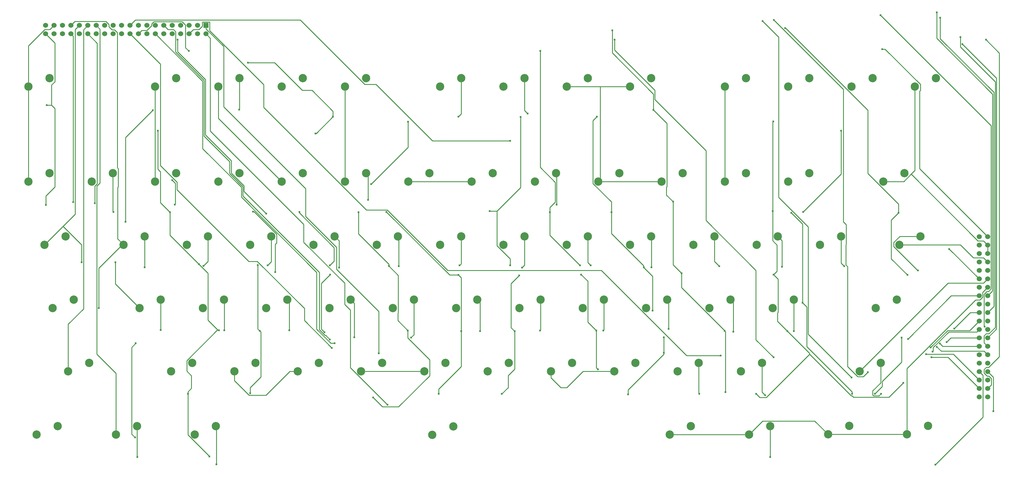
<source format=gbl>
G04 Layer: BottomLayer*
G04 EasyEDA v6.3.22, 2020-04-05T15:57:41+08:00*
G04 26a83e50978f4d2e98ee8e0c0de4659f,084ec32517fd449a9a4c349b315ac0e1,10*
G04 Gerber Generator version 0.2*
G04 Scale: 100 percent, Rotated: No, Reflected: No *
G04 Dimensions in inches *
G04 leading zeros omitted , absolute positions ,2 integer and 4 decimal *
%FSLAX24Y24*%
%MOIN*%
G90*
G70D02*

%ADD10C,0.010000*%
%ADD12C,0.024000*%
%ADD13C,0.098400*%
%ADD14C,0.060000*%
%ADD15R,0.060000X0.060000*%

%LPD*%
G54D10*
G01X23309Y53151D02*
G01X23818Y52640D01*
G01X23818Y41642D01*
G01X34898Y30561D01*
G01X34898Y28432D01*
G01X39740Y23590D01*
G01X39740Y21077D01*
G01X40406Y20411D01*
G01X40406Y13557D01*
G01X44809Y9155D01*
G01X43772Y15251D02*
G01X43772Y20240D01*
G01X38784Y25228D01*
G01X38784Y27830D01*
G01X35101Y31513D01*
G01X35101Y34801D01*
G01X25400Y44501D01*
G01X25400Y51648D01*
G01X23309Y53740D01*
G01X23309Y54151D02*
G01X23309Y53740D01*
G01X90533Y14794D02*
G01X88460Y16865D01*
G01X88460Y25109D01*
G01X82548Y31019D01*
G01X82548Y39298D01*
G01X76483Y45365D01*
G01X76483Y46454D01*
G01X71715Y51221D01*
G01X71715Y52451D01*
G01X114909Y11101D02*
G01X111215Y14794D01*
G01X109239Y14794D01*
G01X115711Y52451D02*
G01X117286Y50876D01*
G01X117286Y14865D01*
G01X116022Y13601D01*
G01X115751Y13601D01*
G01X115497Y13348D01*
G01X115497Y12917D01*
G01X115858Y12557D01*
G01X116035Y12557D01*
G01X116343Y12248D01*
G01X116343Y11534D01*
G01X115909Y11101D01*
G01X114909Y12101D02*
G01X111842Y15167D01*
G01X108606Y15167D01*
G01X21309Y53151D02*
G01X21809Y53651D01*
G01X22469Y53651D01*
G01X22897Y54079D01*
G01X22897Y54532D01*
G01X22927Y54561D01*
G01X23709Y54561D01*
G01X23738Y54532D01*
G01X23738Y53538D01*
G01X30148Y47128D01*
G01X30148Y44432D01*
G01X42306Y32275D01*
G01X44789Y32275D01*
G01X44923Y32140D01*
G01X44923Y32123D01*
G01X51952Y25096D01*
G01X70135Y25096D01*
G01X80233Y15000D01*
G01X84285Y15000D01*
G01X89252Y54648D02*
G01X91134Y52767D01*
G01X91134Y52767D01*
G01X91134Y33767D01*
G01X94640Y30261D01*
G01X94640Y17530D01*
G01X99773Y12396D01*
G01X101718Y13032D02*
G01X101196Y12509D01*
G01X100505Y12509D01*
G01X99314Y13700D01*
G01X99314Y25544D01*
G01X99101Y25757D01*
G01X99101Y28161D01*
G01X99154Y28213D01*
G01X99154Y30538D01*
G01X98813Y30878D01*
G01X98813Y46569D01*
G01X90577Y54805D01*
G01X115909Y15101D02*
G01X115485Y15523D01*
G01X110415Y15523D01*
G01X109896Y16044D01*
G01X37992Y16909D02*
G01X37504Y17398D01*
G01X37402Y17398D01*
G01X36740Y18057D01*
G01X36740Y24871D01*
G01X27672Y33940D01*
G01X27672Y35017D01*
G01X26105Y36584D01*
G01X26105Y38013D01*
G01X23093Y41023D01*
G01X23093Y47628D01*
G01X19719Y51002D01*
G01X19719Y53398D01*
G01X19467Y53651D01*
G01X18809Y53651D01*
G01X18309Y54151D01*
G01X114909Y16101D02*
G01X110572Y16101D01*
G01X110254Y16419D01*
G01X38534Y16450D02*
G01X38122Y16450D01*
G01X36430Y18140D01*
G01X36430Y24865D01*
G01X27510Y33784D01*
G01X27510Y34951D01*
G01X22932Y39529D01*
G01X22932Y47527D01*
G01X17309Y53151D01*
G01X115909Y16101D02*
G01X115497Y16511D01*
G01X115497Y17348D01*
G01X115751Y17601D01*
G01X116061Y17601D01*
G01X116802Y18342D01*
G01X116802Y47480D01*
G01X112684Y51598D01*
G01X112684Y52776D01*
G01X115909Y17101D02*
G01X116964Y18155D01*
G01X116964Y47896D01*
G01X112927Y51934D01*
G01X115563Y18446D02*
G01X115481Y18528D01*
G01X115481Y22261D01*
G01X115819Y22601D01*
G01X116002Y22601D01*
G01X116319Y22917D01*
G01X116319Y42259D01*
G01X103205Y55375D01*
G01X114909Y19101D02*
G01X113777Y17969D01*
G01X111175Y17969D01*
G01X109156Y15951D01*
G01X14309Y53151D02*
G01X17902Y49557D01*
G01X17902Y37530D01*
G01X19877Y35555D01*
G01X19877Y34677D01*
G01X28382Y26171D01*
G01X29381Y26171D01*
G01X34967Y20586D01*
G01X34967Y19169D01*
G01X38221Y15913D01*
G01X59359Y40451D02*
G01X50164Y40451D01*
G01X43447Y47169D01*
G01X42110Y47169D01*
G01X34486Y54794D01*
G01X14952Y54794D01*
G01X14309Y54151D01*
G01X115909Y20101D02*
G01X116642Y20834D01*
G01X116642Y46221D01*
G01X110289Y52575D01*
G01X110289Y55053D01*
G01X115909Y22101D02*
G01X116481Y22673D01*
G01X116481Y46011D01*
G01X109867Y52625D01*
G01X109867Y55705D01*
G01X114909Y24101D02*
G01X111364Y27646D01*
G01X9309Y53151D02*
G01X10431Y52028D01*
G01X10431Y35371D01*
G01X10159Y35098D01*
G01X10159Y33048D01*
G01X7585Y33205D02*
G01X7585Y52875D01*
G01X7309Y53151D01*
G01X115909Y29101D02*
G01X107844Y37165D01*
G01X107844Y46363D01*
G01X107933Y46453D01*
G01X107933Y47159D01*
G01X103761Y51330D01*
G01X103409Y51330D01*
G01X61047Y47888D02*
G01X61047Y44059D01*
G01X61405Y43701D01*
G01X53547Y47888D02*
G01X53547Y43648D01*
G01X53214Y43315D01*
G01X27297Y47888D02*
G01X27297Y44223D01*
G01X27234Y44161D01*
G01X115909Y26101D02*
G01X115409Y26601D01*
G01X114225Y26601D01*
G01X112688Y28138D01*
G01X105447Y28138D01*
G01X7309Y54151D02*
G01X7794Y54636D01*
G01X11446Y54636D01*
G01X11809Y54273D01*
G01X11809Y54007D01*
G01X12189Y53626D01*
G01X12480Y53626D01*
G01X12809Y53296D01*
G01X12809Y37286D01*
G01X12927Y37167D01*
G01X12927Y35003D01*
G01X12848Y34925D01*
G01X12848Y28836D01*
G01X13469Y28215D01*
G01X13469Y28215D02*
G01X13547Y28138D01*
G01X13469Y28215D02*
G01X10623Y25367D01*
G01X10623Y20638D01*
G01X12647Y5638D02*
G01X12647Y12905D01*
G01X10393Y15159D01*
G01X10393Y35104D01*
G01X10757Y35469D01*
G01X10757Y53702D01*
G01X10309Y54151D01*
G01X106359Y5651D02*
G01X97009Y5651D01*
G01X78247Y5638D02*
G01X87647Y5638D01*
G01X106359Y5651D02*
G01X106359Y13480D01*
G01X114479Y21601D01*
G01X114996Y21601D01*
G01X115319Y21925D01*
G01X115319Y22511D01*
G01X115909Y23101D01*
G01X97009Y5651D02*
G01X95415Y7244D01*
G01X89252Y7244D01*
G01X87647Y5638D01*
G01X12597Y26051D02*
G01X12597Y23486D01*
G01X15447Y20638D01*
G01X6377Y30317D02*
G01X8571Y28123D01*
G01X8571Y26051D01*
G01X8309Y54151D02*
G01X7815Y53657D01*
G01X7815Y31757D01*
G01X6377Y30317D01*
G01X6377Y30317D02*
G01X4196Y28138D01*
G01X115909Y28101D02*
G01X115909Y27101D01*
G01X84797Y46888D02*
G01X84797Y35638D01*
G01X73547Y46888D02*
G01X70008Y46888D01*
G01X70008Y46888D02*
G01X66047Y46888D01*
G01X77297Y35638D02*
G01X70218Y35638D01*
G01X70008Y35848D01*
G01X70008Y46888D02*
G01X70008Y35848D01*
G01X70008Y35848D02*
G01X69797Y35638D01*
G01X115909Y28101D02*
G01X115409Y28601D01*
G01X114761Y28601D01*
G01X106847Y36515D01*
G01X103547Y35638D02*
G01X105969Y35638D01*
G01X106847Y36515D01*
G01X106847Y36515D02*
G01X107297Y36965D01*
G01X107297Y46888D01*
G01X54797Y35638D02*
G01X47297Y35638D01*
G01X17297Y46888D02*
G01X17297Y35638D01*
G01X5309Y54151D02*
G01X4809Y53651D01*
G01X4211Y53651D01*
G01X2296Y51736D01*
G01X2296Y46888D01*
G01X39797Y46888D02*
G01X39797Y35638D01*
G01X24797Y46888D02*
G01X24797Y43138D01*
G01X32297Y35638D01*
G01X2296Y35638D02*
G01X2296Y46888D01*
G01X12297Y36638D02*
G01X12297Y32067D01*
G01X12334Y32030D01*
G01X19305Y35801D02*
G01X19690Y35415D01*
G01X19690Y32998D01*
G01X19602Y32907D01*
G01X16047Y29138D02*
G01X16047Y25477D01*
G01X16035Y25465D01*
G01X17947Y21638D02*
G01X17947Y18028D01*
G01X17934Y18015D01*
G01X23547Y29138D02*
G01X23547Y26159D01*
G01X23027Y25638D01*
G01X25447Y21638D02*
G01X25484Y21601D01*
G01X25484Y18011D01*
G01X42297Y36638D02*
G01X42521Y36413D01*
G01X42521Y33480D01*
G01X46047Y29138D02*
G01X46147Y29038D01*
G01X46147Y25605D01*
G01X47947Y21638D02*
G01X47947Y17463D01*
G01X47598Y17115D01*
G01X41373Y31992D02*
G01X41373Y29442D01*
G01X44981Y25832D01*
G01X44981Y25617D01*
G01X44981Y25617D02*
G01X46089Y24509D01*
G01X46089Y20071D01*
G01X46036Y20019D01*
G01X46036Y19161D01*
G01X47223Y17973D01*
G01X47223Y17973D02*
G01X47223Y17084D01*
G01X49802Y14507D01*
G01X49802Y12611D01*
G01X46109Y8917D01*
G01X44227Y8917D01*
G01X43126Y10017D01*
G01X114909Y22101D02*
G01X111597Y22101D01*
G01X106468Y16973D01*
G01X42872Y35319D02*
G01X47259Y39707D01*
G01X47259Y42742D01*
G01X31047Y29138D02*
G01X31047Y26123D01*
G01X30622Y25698D01*
G01X32947Y21638D02*
G01X33168Y21415D01*
G01X33168Y18013D01*
G01X29668Y17936D02*
G01X29803Y17802D01*
G01X29803Y12480D01*
G01X28534Y11209D01*
G01X28534Y10519D01*
G01X29668Y17936D02*
G01X29460Y18146D01*
G01X29460Y25738D01*
G01X31502Y24909D02*
G01X31502Y28186D01*
G01X31672Y28357D01*
G01X31672Y29394D01*
G01X29002Y32065D01*
G01X28897Y32065D01*
G01X40447Y21638D02*
G01X40888Y21196D01*
G01X40888Y17165D01*
G01X55447Y21638D02*
G01X55775Y21309D01*
G01X55775Y17886D01*
G01X53547Y29138D02*
G01X53547Y25871D01*
G01X53364Y25688D01*
G01X64797Y36638D02*
G01X64854Y36580D01*
G01X64854Y32907D01*
G01X61047Y29138D02*
G01X61047Y25725D01*
G01X60754Y25432D01*
G01X62947Y21638D02*
G01X62947Y18034D01*
G01X62884Y17971D01*
G01X38547Y29138D02*
G01X39069Y28615D01*
G01X39069Y25436D01*
G01X70447Y21638D02*
G01X70447Y18034D01*
G01X70384Y17971D01*
G01X68547Y29138D02*
G01X68547Y26038D01*
G01X68871Y25713D01*
G01X76047Y29138D02*
G01X76084Y29101D01*
G01X76084Y25471D01*
G01X83547Y29138D02*
G01X83547Y26163D01*
G01X84104Y25607D01*
G01X77947Y21638D02*
G01X78102Y21482D01*
G01X78102Y18169D01*
G01X67617Y25698D02*
G01X64034Y29280D01*
G01X64034Y31988D01*
G01X15309Y53151D02*
G01X15719Y53561D01*
G01X16327Y53561D01*
G01X16889Y54125D01*
G01X16889Y54342D01*
G01X17147Y54601D01*
G01X20493Y54601D01*
G01X20897Y54196D01*
G01X20897Y51488D01*
G01X21268Y51117D01*
G01X64034Y31988D02*
G01X64034Y32553D01*
G01X64693Y33211D01*
G01X64693Y35544D01*
G01X62911Y37325D01*
G01X62911Y51117D01*
G01X114909Y18101D02*
G01X114617Y17809D01*
G01X111310Y17809D01*
G01X109452Y15950D01*
G01X109452Y15559D01*
G01X109371Y15478D01*
G01X69746Y13376D02*
G01X69550Y13573D01*
G01X69550Y17971D01*
G01X69550Y17971D02*
G01X68550Y18971D01*
G01X68550Y23815D01*
G01X67752Y24613D01*
G01X71348Y31982D02*
G01X71348Y33215D01*
G01X69160Y35405D01*
G01X69160Y42863D01*
G01X69610Y43315D01*
G01X71348Y31982D02*
G01X71348Y29467D01*
G01X75165Y25648D01*
G01X75165Y25459D01*
G01X114909Y17101D02*
G01X111546Y17101D01*
G01X111039Y16594D01*
G01X77539Y17165D02*
G01X77539Y15323D01*
G01X77539Y15323D02*
G01X77539Y15157D01*
G01X73326Y10944D01*
G01X73326Y10411D01*
G01X76222Y20332D02*
G01X76222Y24403D01*
G01X75165Y25459D01*
G01X81697Y14138D02*
G01X81697Y10530D01*
G01X81747Y10478D01*
G01X89197Y14138D02*
G01X89197Y10667D01*
G01X89550Y10313D01*
G01X90147Y6638D02*
G01X90147Y2975D01*
G01X90134Y2961D01*
G01X92947Y21638D02*
G01X92947Y17927D01*
G01X92934Y17913D01*
G01X85447Y21638D02*
G01X85786Y21298D01*
G01X85786Y17836D01*
G01X71433Y53565D02*
G01X71433Y50902D01*
G01X76322Y46013D01*
G01X76322Y44126D01*
G01X76322Y44126D02*
G01X77915Y42532D01*
G01X77915Y35021D01*
G01X77860Y34967D01*
G01X77860Y34040D01*
G01X78648Y33251D01*
G01X78648Y33251D02*
G01X78648Y25771D01*
G01X79656Y24765D01*
G01X79656Y24765D02*
G01X79656Y23059D01*
G01X84754Y17961D01*
G01X84754Y17919D01*
G01X84754Y17919D02*
G01X84858Y17815D01*
G01X84858Y10673D01*
G01X107947Y29138D02*
G01X105502Y29138D01*
G01X104794Y28430D01*
G01X104794Y27919D01*
G01X107602Y25113D01*
G01X107659Y25113D01*
G01X98547Y29138D02*
G01X98547Y25963D01*
G01X98902Y25607D01*
G01X91047Y29138D02*
G01X91559Y28626D01*
G01X91559Y25515D01*
G01X115909Y13101D02*
G01X116593Y12415D01*
G01X116593Y8407D01*
G01X105713Y17134D02*
G01X105713Y14242D01*
G01X103414Y11944D01*
G01X103414Y11346D01*
G01X102540Y10471D01*
G01X106418Y24551D02*
G01X104496Y26473D01*
G01X104496Y31073D01*
G01X105339Y31917D01*
G01X91908Y53828D02*
G01X91986Y53828D01*
G01X101714Y44100D01*
G01X101714Y36600D01*
G01X105339Y32976D01*
G01X105339Y31917D01*
G01X109729Y2065D02*
G01X115347Y7682D01*
G01X115347Y12663D01*
G01X114909Y13101D01*
G01X94034Y32030D02*
G01X98543Y36540D01*
G01X98543Y41651D01*
G01X92660Y31915D02*
G01X93980Y30594D01*
G01X93980Y21269D01*
G01X99847Y10467D02*
G01X99847Y10696D01*
G01X94480Y16065D01*
G01X94480Y20769D01*
G01X93980Y21269D01*
G01X92184Y17909D02*
G01X91019Y19073D01*
G01X91019Y20080D01*
G01X91076Y20136D01*
G01X91076Y24077D01*
G01X90560Y24592D01*
G01X90508Y42757D02*
G01X90434Y42682D01*
G01X90434Y32115D01*
G01X90434Y32115D02*
G01X90434Y28632D01*
G01X90965Y28100D01*
G01X90965Y24996D01*
G01X90560Y24592D01*
G01X19964Y52465D02*
G01X19964Y51017D01*
G01X23255Y47728D01*
G01X23255Y41171D01*
G01X26322Y38104D01*
G01X26322Y36636D01*
G01X27832Y35126D01*
G01X27832Y34469D01*
G01X30456Y31846D01*
G01X105914Y11765D02*
G01X104221Y10071D01*
G01X100022Y10071D01*
G01X99856Y10236D01*
G01X99752Y10236D01*
G01X94814Y15175D01*
G01X92184Y17909D02*
G01X94814Y15278D01*
G01X94814Y15175D01*
G01X94814Y15175D01*
G01X94814Y15175D02*
G01X89683Y10042D01*
G01X88931Y10042D01*
G01X88497Y10478D01*
G01X28282Y49715D02*
G01X31442Y49715D01*
G01X34704Y46454D01*
G01X35873Y46454D01*
G01X38364Y43963D01*
G01X38364Y43315D01*
G01X38010Y24594D02*
G01X36985Y23569D01*
G01X36985Y18140D01*
G01X37347Y17778D01*
G01X36268Y41342D02*
G01X36390Y41342D01*
G01X38364Y43315D01*
G01X37989Y25690D02*
G01X38497Y26198D01*
G01X38497Y27811D01*
G01X34393Y31915D01*
G01X34393Y32032D01*
G01X50884Y10457D02*
G01X50884Y11034D01*
G01X53550Y13701D01*
G01X53550Y17886D01*
G01X53550Y17886D02*
G01X53550Y24225D01*
G01X53211Y24563D01*
G01X44693Y32044D02*
G01X52173Y24563D01*
G01X53211Y24563D01*
G01X114909Y20101D02*
G01X113840Y20101D01*
G01X111942Y18201D01*
G01X59889Y17886D02*
G01X59890Y17886D01*
G01X58364Y10457D02*
G01X59115Y11209D01*
G01X59115Y12634D01*
G01X59889Y13409D01*
G01X59889Y17886D01*
G01X59889Y17886D02*
G01X59465Y18311D01*
G01X59465Y23546D01*
G01X60409Y24488D01*
G01X56919Y32115D02*
G01X57775Y32115D01*
G01X60582Y43288D02*
G01X60582Y34923D01*
G01X57775Y32115D01*
G01X57775Y32115D02*
G01X57775Y28040D01*
G01X59359Y26457D01*
G01X59359Y25688D01*
G01X15147Y6638D02*
G01X15147Y3005D01*
G01X15184Y2969D01*
G01X14996Y16451D02*
G01X14517Y15973D01*
G01X14517Y5678D01*
G01X14913Y5284D01*
G01X13797Y30851D02*
G01X13797Y40863D01*
G01X17019Y44086D01*
G01X24497Y6638D02*
G01X24534Y6601D01*
G01X24534Y2094D01*
G01X24693Y18050D02*
G01X24731Y18013D01*
G01X24847Y18013D01*
G01X24847Y18013D01*
G01X24693Y18050D02*
G01X21055Y14411D01*
G01X21055Y13150D01*
G01X21592Y12613D01*
G01X21592Y11123D01*
G01X21173Y10705D01*
G01X21173Y10465D01*
G01X21173Y10465D02*
G01X21173Y5590D01*
G01X23710Y3055D01*
G01X23710Y3017D01*
G01X24693Y18050D02*
G01X23551Y19192D01*
G01X23551Y24763D01*
G01X22496Y25819D01*
G01X22496Y25819D02*
G01X19034Y29280D01*
G01X19034Y31990D01*
G01X19034Y31990D02*
G01X17900Y33125D01*
G01X17900Y36800D01*
G01X17600Y37100D01*
G01X17600Y41651D01*
G01X115909Y24101D02*
G01X115409Y23601D01*
G01X111210Y23601D01*
G01X100747Y13138D01*
G01X71697Y13138D02*
G01X67979Y13138D01*
G01X66047Y11207D01*
G01X65363Y11207D01*
G01X64197Y12371D01*
G01X64197Y13138D01*
G01X26697Y13138D02*
G01X26697Y12015D01*
G01X28425Y10288D01*
G01X30410Y10288D01*
G01X33260Y13138D01*
G01X34197Y13138D01*
G01X9309Y54151D02*
G01X8802Y53644D01*
G01X8802Y20528D01*
G01X6997Y18723D01*
G01X6997Y13138D01*
G01X49197Y13138D02*
G01X41697Y13138D01*
G01X103247Y14138D02*
G01X103247Y11776D01*
G01X102289Y10819D01*
G01X102289Y10336D01*
G01X102385Y10240D01*
G01X103039Y10240D01*
G01X103265Y10465D01*
G01X4350Y32850D02*
G01X4350Y33926D01*
G01X5418Y34994D01*
G01X5418Y44282D01*
G01X5014Y44686D01*
G01X4455Y44686D02*
G01X5014Y44686D01*
G01X5014Y44686D02*
G01X5014Y47088D01*
G01X5406Y47480D01*
G01X5406Y52053D01*
G01X4309Y53151D01*
G54D13*
G01X103246Y14138D03*
G01X100746Y13138D03*
G01X29196Y14138D03*
G01X26696Y13138D03*
G01X49796Y36638D03*
G01X47296Y35638D03*
G01X64796Y36638D03*
G01X62296Y35638D03*
G01X105146Y21638D03*
G01X102646Y20638D03*
G01X9496Y14138D03*
G01X6996Y13138D03*
G01X52609Y6601D03*
G01X50109Y5601D03*
G01X108859Y6651D03*
G01X106359Y5651D03*
G01X90146Y6638D03*
G01X87646Y5638D03*
G01X80746Y6638D03*
G01X78246Y5638D03*
G01X24496Y6638D03*
G01X21996Y5638D03*
G01X15146Y6638D03*
G01X12646Y5638D03*
G01X5746Y6638D03*
G01X3246Y5638D03*
G01X89196Y14138D03*
G01X86696Y13138D03*
G01X81696Y14138D03*
G01X79196Y13138D03*
G01X74196Y14138D03*
G01X71696Y13138D03*
G01X66696Y14138D03*
G01X64196Y13138D03*
G01X59196Y14138D03*
G01X56696Y13138D03*
G01X51696Y14138D03*
G01X49196Y13138D03*
G01X44196Y14138D03*
G01X41696Y13138D03*
G01X36696Y14138D03*
G01X34196Y13138D03*
G01X21696Y14138D03*
G01X19196Y13138D03*
G01X92946Y21638D03*
G01X90446Y20638D03*
G01X85446Y21638D03*
G01X82946Y20638D03*
G01X77946Y21638D03*
G01X75446Y20638D03*
G01X70446Y21638D03*
G01X67946Y20638D03*
G01X62946Y21638D03*
G01X60446Y20638D03*
G01X55446Y21638D03*
G01X52946Y20638D03*
G01X47946Y21638D03*
G01X45446Y20638D03*
G01X40446Y21638D03*
G01X37946Y20638D03*
G01X32946Y21638D03*
G01X30446Y20638D03*
G01X25446Y21638D03*
G01X22946Y20638D03*
G01X17946Y21638D03*
G01X15446Y20638D03*
G01X6696Y29138D03*
G01X4196Y28138D03*
G01X107946Y29138D03*
G01X105446Y28138D03*
G01X98546Y29138D03*
G01X96046Y28138D03*
G01X91046Y29138D03*
G01X88546Y28138D03*
G01X83546Y29138D03*
G01X81046Y28138D03*
G01X76046Y29138D03*
G01X73546Y28138D03*
G01X68546Y29138D03*
G01X66046Y28138D03*
G01X61046Y29138D03*
G01X58546Y28138D03*
G01X53546Y29138D03*
G01X51046Y28138D03*
G01X46046Y29138D03*
G01X43546Y28138D03*
G01X38546Y29138D03*
G01X36046Y28138D03*
G01X31046Y29138D03*
G01X28546Y28138D03*
G01X23546Y29138D03*
G01X21046Y28138D03*
G01X16046Y29138D03*
G01X13546Y28138D03*
G01X7646Y21638D03*
G01X5146Y20638D03*
G01X106046Y36638D03*
G01X103546Y35638D03*
G01X94796Y36638D03*
G01X92296Y35638D03*
G01X87296Y36638D03*
G01X84796Y35638D03*
G01X79796Y36638D03*
G01X77296Y35638D03*
G01X72296Y36638D03*
G01X69796Y35638D03*
G01X57296Y36638D03*
G01X54796Y35638D03*
G01X42296Y36638D03*
G01X39796Y35638D03*
G01X34796Y36638D03*
G01X32296Y35638D03*
G01X27296Y36638D03*
G01X24796Y35638D03*
G01X19796Y36638D03*
G01X17296Y35638D03*
G01X12296Y36638D03*
G01X9796Y35638D03*
G01X4796Y36638D03*
G01X2296Y35638D03*
G01X4796Y47888D03*
G01X2296Y46888D03*
G01X19796Y47888D03*
G01X17296Y46888D03*
G01X27296Y47888D03*
G01X24796Y46888D03*
G01X34796Y47888D03*
G01X32296Y46888D03*
G01X42296Y47888D03*
G01X39796Y46888D03*
G01X53546Y47888D03*
G01X51046Y46888D03*
G01X68546Y47888D03*
G01X66046Y46888D03*
G01X87296Y47888D03*
G01X84796Y46888D03*
G01X94796Y47888D03*
G01X92296Y46888D03*
G01X102296Y47888D03*
G01X99796Y46888D03*
G01X109796Y47888D03*
G01X107296Y46888D03*
G01X76046Y47888D03*
G01X73546Y46888D03*
G01X61046Y47888D03*
G01X58546Y46888D03*
G54D14*
G01X4309Y54151D03*
G01X4309Y53151D03*
G01X5309Y54151D03*
G01X5309Y53151D03*
G01X6309Y54151D03*
G01X6309Y53151D03*
G01X7309Y54151D03*
G01X7309Y53151D03*
G01X8309Y54151D03*
G01X8309Y53151D03*
G01X9309Y54151D03*
G01X9309Y53151D03*
G01X10309Y54151D03*
G01X10309Y53151D03*
G01X11309Y54151D03*
G01X11309Y53151D03*
G01X12309Y54151D03*
G01X12309Y53151D03*
G01X13309Y54151D03*
G01X13309Y53151D03*
G01X14309Y54151D03*
G01X14309Y53151D03*
G01X15309Y54151D03*
G01X15309Y53151D03*
G01X16309Y54151D03*
G01X16309Y53151D03*
G01X17309Y54151D03*
G01X17309Y53151D03*
G01X18309Y54151D03*
G01X18309Y53151D03*
G01X19309Y54151D03*
G01X19309Y53151D03*
G01X20309Y54151D03*
G01X20309Y53151D03*
G01X21309Y54151D03*
G01X21309Y53151D03*
G01X22309Y54151D03*
G01X22309Y53151D03*
G54D15*
G01X23309Y54151D03*
G54D14*
G01X23309Y53151D03*
G01X115909Y10101D03*
G01X114909Y10101D03*
G01X115909Y11101D03*
G01X114909Y11101D03*
G01X115909Y12101D03*
G01X114909Y12101D03*
G01X115909Y13101D03*
G01X114909Y13101D03*
G01X115909Y14101D03*
G01X114909Y14101D03*
G01X115909Y15101D03*
G01X114909Y15101D03*
G01X115909Y16101D03*
G01X114909Y16101D03*
G01X115909Y17101D03*
G01X114909Y17101D03*
G01X115909Y18101D03*
G01X114909Y18101D03*
G01X115909Y19101D03*
G01X114909Y19101D03*
G01X115909Y20101D03*
G01X114909Y20101D03*
G01X115909Y21101D03*
G01X114909Y21101D03*
G01X115909Y22101D03*
G01X114909Y22101D03*
G01X115909Y23101D03*
G01X114909Y23101D03*
G01X115909Y24101D03*
G01X114909Y24101D03*
G01X115909Y25101D03*
G01X114909Y25101D03*
G01X115909Y26101D03*
G01X114909Y26101D03*
G01X115909Y27101D03*
G01X114909Y27101D03*
G01X115909Y28101D03*
G01X114909Y28101D03*
G01X115909Y29101D03*
G01X114909Y29101D03*
G54D13*
G01X99509Y6651D03*
G01X97009Y5651D03*
G54D12*
G01X44809Y9155D03*
G01X43772Y15251D03*
G01X109239Y14794D03*
G01X90533Y14794D03*
G01X71716Y52451D03*
G01X115712Y52451D03*
G01X108606Y15167D03*
G01X84286Y15000D03*
G01X99774Y12396D03*
G01X89253Y54648D03*
G01X90578Y54805D03*
G01X101719Y13032D03*
G01X109896Y16044D03*
G01X37992Y16909D03*
G01X38534Y16450D03*
G01X110254Y16419D03*
G01X112684Y52776D03*
G01X112927Y51934D03*
G01X115563Y18446D03*
G01X103205Y55375D03*
G01X109157Y15951D03*
G01X38221Y15913D03*
G01X59359Y40451D03*
G01X110289Y55053D03*
G01X109867Y55705D03*
G01X111364Y27646D03*
G01X10159Y33048D03*
G01X7585Y33205D03*
G01X103409Y51330D03*
G01X61405Y43701D03*
G01X53214Y43315D03*
G01X27234Y44161D03*
G01X10624Y20638D03*
G01X8571Y26051D03*
G01X12598Y26051D03*
G01X12334Y32030D03*
G01X19305Y35801D03*
G01X19602Y32907D03*
G01X16036Y25465D03*
G01X17934Y18015D03*
G01X23028Y25638D03*
G01X25484Y18011D03*
G01X42521Y33480D03*
G01X46147Y25605D03*
G01X47599Y17115D03*
G01X41374Y31992D03*
G01X44982Y25617D03*
G01X47224Y17973D03*
G01X106469Y16973D03*
G01X43126Y10017D03*
G01X42872Y35319D03*
G01X47259Y42742D03*
G01X30622Y25698D03*
G01X33169Y18013D03*
G01X29460Y25738D03*
G01X29669Y17936D03*
G01X28534Y10519D03*
G01X31503Y24909D03*
G01X28897Y32065D03*
G01X40888Y17165D03*
G01X55775Y17886D03*
G01X53364Y25688D03*
G01X64854Y32907D03*
G01X60754Y25432D03*
G01X62884Y17971D03*
G01X39070Y25436D03*
G01X70384Y17971D03*
G01X68871Y25713D03*
G01X76084Y25471D03*
G01X84104Y25607D03*
G01X78103Y18169D03*
G01X64034Y31988D03*
G01X67617Y25698D03*
G01X69550Y17971D03*
G01X69746Y13376D03*
G01X21269Y51117D03*
G01X62912Y51117D03*
G01X109371Y15478D03*
G01X67752Y24613D03*
G01X71349Y31982D03*
G01X75166Y25459D03*
G01X77540Y17165D03*
G01X69611Y43315D03*
G01X73326Y10411D03*
G01X111040Y16594D03*
G01X77540Y15323D03*
G01X76223Y20332D03*
G01X81748Y10478D03*
G01X89550Y10313D03*
G01X90134Y2961D03*
G01X92934Y17913D03*
G01X85787Y17836D03*
G01X71433Y53565D03*
G01X76322Y44126D03*
G01X84754Y17919D03*
G01X78649Y33251D03*
G01X79656Y24765D03*
G01X84858Y10673D03*
G01X107659Y25113D03*
G01X98902Y25607D03*
G01X91559Y25515D03*
G01X116594Y8407D03*
G01X105713Y17134D03*
G01X102541Y10471D03*
G01X106419Y24551D03*
G01X105340Y31917D03*
G01X91908Y53828D03*
G01X109729Y2065D03*
G01X94034Y32030D03*
G01X98544Y41651D03*
G01X93980Y21269D03*
G01X92660Y31915D03*
G01X99848Y10467D03*
G01X90561Y24592D03*
G01X92184Y17909D03*
G01X19965Y52465D03*
G01X30456Y31846D03*
G01X90508Y42757D03*
G01X90434Y32115D03*
G01X105914Y11765D03*
G01X88497Y10478D03*
G01X38364Y43315D03*
G01X37347Y17778D03*
G01X38011Y24594D03*
G01X28283Y49715D03*
G01X37989Y25690D03*
G01X34394Y32032D03*
G01X36269Y41342D03*
G01X53550Y17886D03*
G01X50884Y10457D03*
G01X53212Y24563D03*
G01X44693Y32044D03*
G01X56920Y32115D03*
G01X59891Y17886D03*
G01X58365Y10457D03*
G01X60583Y43288D03*
G01X111942Y18201D03*
G01X60409Y24488D03*
G01X59359Y25688D03*
G01X15184Y2969D03*
G01X14913Y5284D03*
G01X14996Y16451D03*
G01X13797Y30851D03*
G01X17020Y44086D03*
G01X24534Y2094D03*
G01X22496Y25819D03*
G01X24848Y18013D03*
G01X21174Y10465D03*
G01X23710Y3017D03*
G01X19034Y31990D03*
G01X17600Y41651D03*
G01X103266Y10465D03*
G01X4455Y44686D03*
G01X4350Y32850D03*
M00*
M02*

</source>
